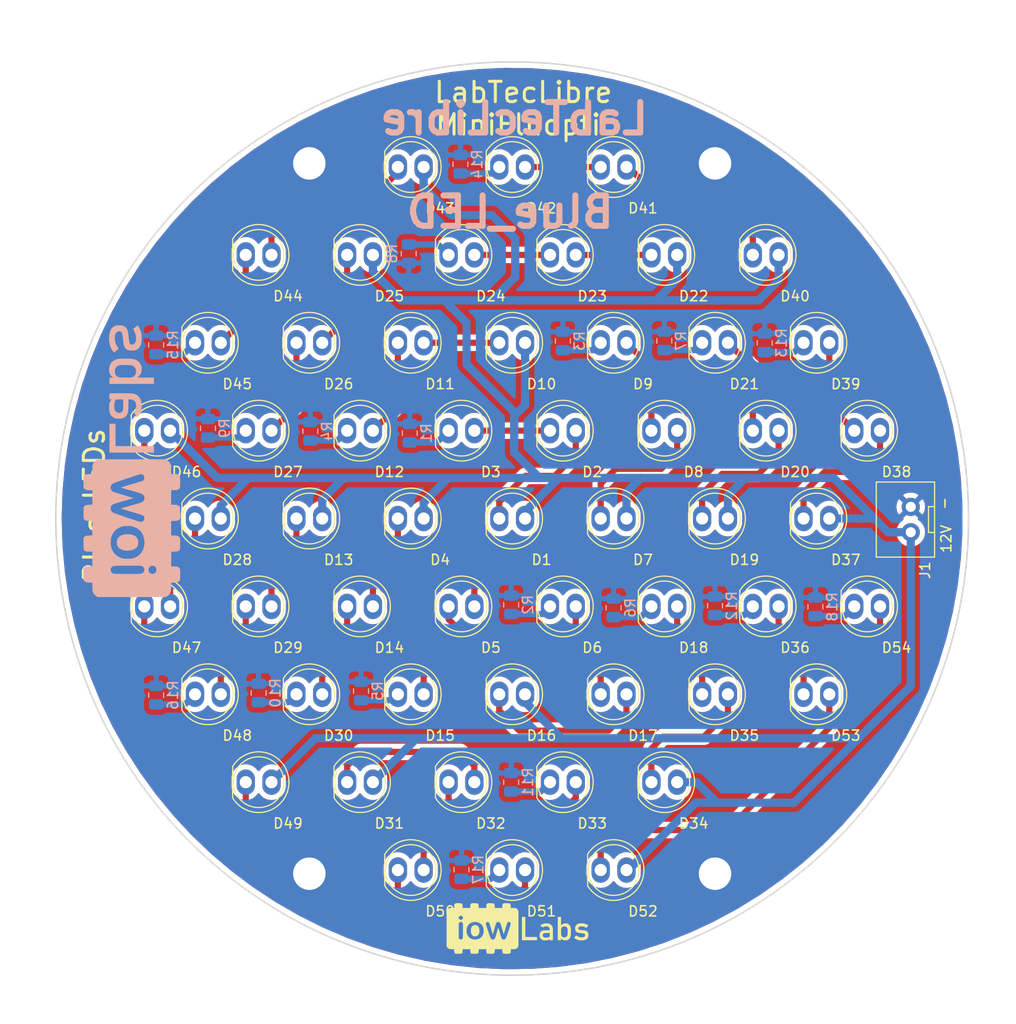
<source format=kicad_pcb>
(kicad_pcb (version 20171130) (host pcbnew "(5.1.9)-1")
  (layers (0 F.Cu signal) (31 B.Cu signal) (34 B.Paste user) (35 F.Paste user) (36 B.SilkS user) (37 F.SilkS user) (38 B.Mask user) (39 F.Mask user) (44 Edge.Cuts user))
  (net 0 "")
  (net 1 +12V)
  (net 2 "Net-(D1-Pad1)")
  (net 3 "Net-(D2-Pad1)")
  (net 4 GND)
  (net 5 "Net-(D4-Pad1)")
  (net 6 "Net-(D5-Pad1)")
  (net 7 "Net-(D7-Pad1)")
  (net 8 "Net-(D8-Pad1)")
  (net 9 "Net-(D10-Pad1)")
  (net 10 "Net-(D11-Pad1)")
  (net 11 "Net-(D13-Pad1)")
  (net 12 "Net-(D14-Pad1)")
  (net 13 "Net-(D16-Pad1)")
  (net 14 "Net-(D17-Pad1)")
  (net 15 "Net-(D19-Pad1)")
  (net 16 "Net-(D20-Pad1)")
  (net 17 "Net-(D22-Pad1)")
  (net 18 "Net-(D23-Pad1)")
  (net 19 "Net-(D25-Pad1)")
  (net 20 "Net-(D26-Pad1)")
  (net 21 "Net-(D28-Pad1)")
  (net 22 "Net-(D29-Pad1)")
  (net 23 "Net-(D31-Pad1)")
  (net 24 "Net-(D32-Pad1)")
  (net 25 "Net-(D34-Pad1)")
  (net 26 "Net-(D35-Pad1)")
  (net 27 "Net-(D37-Pad1)")
  (net 28 "Net-(D38-Pad1)")
  (net 29 "Net-(D40-Pad1)")
  (net 30 "Net-(D41-Pad1)")
  (net 31 "Net-(D43-Pad1)")
  (net 32 "Net-(D44-Pad1)")
  (net 33 "Net-(D46-Pad1)")
  (net 34 "Net-(D47-Pad1)")
  (net 35 "Net-(D49-Pad1)")
  (net 36 "Net-(D50-Pad1)")
  (net 37 "Net-(D52-Pad1)")
  (net 38 "Net-(D53-Pad1)")
  (net 39 "Net-(D3-Pad1)")
  (net 40 "Net-(D6-Pad1)")
  (net 41 "Net-(D9-Pad1)")
  (net 42 "Net-(D12-Pad1)")
  (net 43 "Net-(D15-Pad1)")
  (net 44 "Net-(D18-Pad1)")
  (net 45 "Net-(D21-Pad1)")
  (net 46 "Net-(D24-Pad1)")
  (net 47 "Net-(D27-Pad1)")
  (net 48 "Net-(D30-Pad1)")
  (net 49 "Net-(D33-Pad1)")
  (net 50 "Net-(D36-Pad1)")
  (net 51 "Net-(D39-Pad1)")
  (net 52 "Net-(D42-Pad1)")
  (net 53 "Net-(D45-Pad1)")
  (net 54 "Net-(D48-Pad1)")
  (net 55 "Net-(D51-Pad1)")
  (net 56 "Net-(D54-Pad1)")
  (module IoWLabsLogos:IoWLabsLogo (layer B.Cu) (at 112.5 94.2 90)
    (fp_text reference G*** hide)
    (fp_text value LOGO hide)
  )
  (module IoWLabsLogos:IoWLabs_logo (layer F.Cu) (at 150.6 140.4)
    (fp_text reference G*** hide)
    (fp_text value LOGO hide)
  )
  (module IoWLabsConnectors:JST-XH-2x1-2.5p-TH-V (layer F.Cu) (at 189.3 100.1 90)
    (fp_text reference J1 (at -5 1.4 90) (layer F.SilkS))
    (fp_text value HDR-2x1)
    (pad 2 thru_hole circle (at 1.25 0 90) (size 1.8 1.8) (drill 1) (layers *.Cu *.Mask) (net 4 GND))
    (pad 1 thru_hole circle (at -1.25 0 90) (size 1.8 1.8) (drill 1) (layers *.Cu *.Mask) (net 1 +12V))
  )
  (module Resistor_SMD:R_0805_2012Metric (layer B.Cu) (at 179.9 108.7 90)
    (fp_text reference R18 (at 0 1.65 90) (layer B.SilkS) (effects (justify mirror)))
    (fp_text value R_US)
    (pad 2 smd roundrect (at 0.9125 0 90) (size 1.025 1.4) (layers B.Cu B.Paste B.Mask) (roundrect_rratio 0.2439014634146341) (net 4 GND))
    (pad 1 smd roundrect (at -0.9125 0 90) (size 1.025 1.4) (layers B.Cu B.Paste B.Mask) (roundrect_rratio 0.2439014634146341) (net 56 "Net-(D54-Pad1)"))
  )
  (module Resistor_SMD:R_0805_2012Metric (layer B.Cu) (at 145 134.6 90)
    (fp_text reference R17 (at 0 1.65 90) (layer B.SilkS) (effects (justify mirror)))
    (fp_text value R_US)
    (pad 2 smd roundrect (at 0.9125 0 90) (size 1.025 1.4) (layers B.Cu B.Paste B.Mask) (roundrect_rratio 0.2439014634146341) (net 4 GND))
    (pad 1 smd roundrect (at -0.9125 0 90) (size 1.025 1.4) (layers B.Cu B.Paste B.Mask) (roundrect_rratio 0.2439014634146341) (net 55 "Net-(D51-Pad1)"))
  )
  (module Resistor_SMD:R_0805_2012Metric (layer B.Cu) (at 114.9 117.4 90)
    (fp_text reference R16 (at 0 1.65 90) (layer B.SilkS) (effects (justify mirror)))
    (fp_text value R_US)
    (pad 2 smd roundrect (at 0.9125 0 90) (size 1.025 1.4) (layers B.Cu B.Paste B.Mask) (roundrect_rratio 0.2439014634146341) (net 4 GND))
    (pad 1 smd roundrect (at -0.9125 0 90) (size 1.025 1.4) (layers B.Cu B.Paste B.Mask) (roundrect_rratio 0.2439014634146341) (net 54 "Net-(D48-Pad1)"))
  )
  (module Resistor_SMD:R_0805_2012Metric (layer B.Cu) (at 114.9 82.8875 90)
    (fp_text reference R15 (at 0 1.65 90) (layer B.SilkS) (effects (justify mirror)))
    (fp_text value R_US)
    (pad 2 smd roundrect (at 0.9125 0 90) (size 1.025 1.4) (layers B.Cu B.Paste B.Mask) (roundrect_rratio 0.2439014634146341) (net 4 GND))
    (pad 1 smd roundrect (at -0.9125 0 90) (size 1.025 1.4) (layers B.Cu B.Paste B.Mask) (roundrect_rratio 0.2439014634146341) (net 53 "Net-(D45-Pad1)"))
  )
  (module Resistor_SMD:R_0805_2012Metric (layer B.Cu) (at 144.9 65.0875 90)
    (fp_text reference R14 (at 0 1.65 90) (layer B.SilkS) (effects (justify mirror)))
    (fp_text value R_US)
    (pad 2 smd roundrect (at 0.9125 0 90) (size 1.025 1.4) (layers B.Cu B.Paste B.Mask) (roundrect_rratio 0.2439014634146341) (net 4 GND))
    (pad 1 smd roundrect (at -0.9125 0 90) (size 1.025 1.4) (layers B.Cu B.Paste B.Mask) (roundrect_rratio 0.2439014634146341) (net 52 "Net-(D42-Pad1)"))
  )
  (module Resistor_SMD:R_0805_2012Metric (layer B.Cu) (at 174.9 82.6875 90)
    (fp_text reference R13 (at 0 1.65 90) (layer B.SilkS) (effects (justify mirror)))
    (fp_text value R_US)
    (pad 2 smd roundrect (at 0.9125 0 90) (size 1.025 1.4) (layers B.Cu B.Paste B.Mask) (roundrect_rratio 0.2439014634146341) (net 4 GND))
    (pad 1 smd roundrect (at -0.9125 0 90) (size 1.025 1.4) (layers B.Cu B.Paste B.Mask) (roundrect_rratio 0.2439014634146341) (net 51 "Net-(D39-Pad1)"))
  )
  (module Resistor_SMD:R_0805_2012Metric (layer B.Cu) (at 170 108.6 90)
    (fp_text reference R12 (at 0 1.65 90) (layer B.SilkS) (effects (justify mirror)))
    (fp_text value R_US)
    (pad 2 smd roundrect (at 0.9125 0 90) (size 1.025 1.4) (layers B.Cu B.Paste B.Mask) (roundrect_rratio 0.2439014634146341) (net 4 GND))
    (pad 1 smd roundrect (at -0.9125 0 90) (size 1.025 1.4) (layers B.Cu B.Paste B.Mask) (roundrect_rratio 0.2439014634146341) (net 50 "Net-(D36-Pad1)"))
  )
  (module Resistor_SMD:R_0805_2012Metric (layer B.Cu) (at 149.9 125.9875 90)
    (fp_text reference R11 (at 0 1.65 90) (layer B.SilkS) (effects (justify mirror)))
    (fp_text value R_US)
    (pad 2 smd roundrect (at 0.9125 0 90) (size 1.025 1.4) (layers B.Cu B.Paste B.Mask) (roundrect_rratio 0.2439014634146341) (net 4 GND))
    (pad 1 smd roundrect (at -0.9125 0 90) (size 1.025 1.4) (layers B.Cu B.Paste B.Mask) (roundrect_rratio 0.2439014634146341) (net 49 "Net-(D33-Pad1)"))
  )
  (module Resistor_SMD:R_0805_2012Metric (layer B.Cu) (at 125 117.1875 90)
    (fp_text reference R10 (at 0 1.65 90) (layer B.SilkS) (effects (justify mirror)))
    (fp_text value R_US)
    (pad 2 smd roundrect (at 0.9125 0 90) (size 1.025 1.4) (layers B.Cu B.Paste B.Mask) (roundrect_rratio 0.2439014634146341) (net 4 GND))
    (pad 1 smd roundrect (at -0.9125 0 90) (size 1.025 1.4) (layers B.Cu B.Paste B.Mask) (roundrect_rratio 0.2439014634146341) (net 48 "Net-(D30-Pad1)"))
  )
  (module Resistor_SMD:R_0805_2012Metric (layer B.Cu) (at 120 91.1 90)
    (fp_text reference R9 (at 0 1.65 90) (layer B.SilkS) (effects (justify mirror)))
    (fp_text value R_US)
    (pad 2 smd roundrect (at 0.9125 0 90) (size 1.025 1.4) (layers B.Cu B.Paste B.Mask) (roundrect_rratio 0.2439014634146341) (net 4 GND))
    (pad 1 smd roundrect (at -0.9125 0 90) (size 1.025 1.4) (layers B.Cu B.Paste B.Mask) (roundrect_rratio 0.2439014634146341) (net 47 "Net-(D27-Pad1)"))
  )
  (module Resistor_SMD:R_0805_2012Metric (layer B.Cu) (at 139.8 73.9 270)
    (fp_text reference R8 (at 0 1.65 90) (layer B.SilkS) (effects (justify mirror)))
    (fp_text value R_US)
    (pad 2 smd roundrect (at 0.9125 0 270) (size 1.025 1.4) (layers B.Cu B.Paste B.Mask) (roundrect_rratio 0.2439014634146341) (net 4 GND))
    (pad 1 smd roundrect (at -0.9125 0 270) (size 1.025 1.4) (layers B.Cu B.Paste B.Mask) (roundrect_rratio 0.2439014634146341) (net 46 "Net-(D24-Pad1)"))
  )
  (module Resistor_SMD:R_0805_2012Metric (layer B.Cu) (at 165 82.4875 90)
    (fp_text reference R7 (at 0 1.65 90) (layer B.SilkS) (effects (justify mirror)))
    (fp_text value R_US)
    (pad 2 smd roundrect (at 0.9125 0 90) (size 1.025 1.4) (layers B.Cu B.Paste B.Mask) (roundrect_rratio 0.2439014634146341) (net 4 GND))
    (pad 1 smd roundrect (at -0.9125 0 90) (size 1.025 1.4) (layers B.Cu B.Paste B.Mask) (roundrect_rratio 0.2439014634146341) (net 45 "Net-(D21-Pad1)"))
  )
  (module Resistor_SMD:R_0805_2012Metric (layer B.Cu) (at 160 108.8 90)
    (fp_text reference R6 (at 0 1.65 90) (layer B.SilkS) (effects (justify mirror)))
    (fp_text value R_US)
    (pad 2 smd roundrect (at 0.9125 0 90) (size 1.025 1.4) (layers B.Cu B.Paste B.Mask) (roundrect_rratio 0.2439014634146341) (net 4 GND))
    (pad 1 smd roundrect (at -0.9125 0 90) (size 1.025 1.4) (layers B.Cu B.Paste B.Mask) (roundrect_rratio 0.2439014634146341) (net 44 "Net-(D18-Pad1)"))
  )
  (module Resistor_SMD:R_0805_2012Metric (layer B.Cu) (at 135.1 117 90)
    (fp_text reference R5 (at 0 1.65 90) (layer B.SilkS) (effects (justify mirror)))
    (fp_text value R_US)
    (pad 2 smd roundrect (at 0.9125 0 90) (size 1.025 1.4) (layers B.Cu B.Paste B.Mask) (roundrect_rratio 0.2439014634146341) (net 4 GND))
    (pad 1 smd roundrect (at -0.9125 0 90) (size 1.025 1.4) (layers B.Cu B.Paste B.Mask) (roundrect_rratio 0.2439014634146341) (net 43 "Net-(D15-Pad1)"))
  )
  (module Resistor_SMD:R_0805_2012Metric (layer B.Cu) (at 130.1 91.4 90)
    (fp_text reference R4 (at 0 1.65 -90) (layer B.SilkS) (effects (justify mirror)))
    (fp_text value R_US)
    (pad 2 smd roundrect (at 0.9125 0 90) (size 1.025 1.4) (layers B.Cu B.Paste B.Mask) (roundrect_rratio 0.2439014634146341) (net 4 GND))
    (pad 1 smd roundrect (at -0.9125 0 90) (size 1.025 1.4) (layers B.Cu B.Paste B.Mask) (roundrect_rratio 0.2439014634146341) (net 42 "Net-(D12-Pad1)"))
  )
  (module Resistor_SMD:R_0805_2012Metric (layer B.Cu) (at 155 82.5 90)
    (fp_text reference R3 (at 0 1.65 90) (layer B.SilkS) (effects (justify mirror)))
    (fp_text value R_US)
    (pad 2 smd roundrect (at 0.9125 0 90) (size 1.025 1.4) (layers B.Cu B.Paste B.Mask) (roundrect_rratio 0.2439014634146341) (net 4 GND))
    (pad 1 smd roundrect (at -0.9125 0 90) (size 1.025 1.4) (layers B.Cu B.Paste B.Mask) (roundrect_rratio 0.2439014634146341) (net 41 "Net-(D9-Pad1)"))
  )
  (module Resistor_SMD:R_0805_2012Metric (layer B.Cu) (at 149.9 108.5 90)
    (fp_text reference R2 (at 0 1.65 90) (layer B.SilkS) (effects (justify mirror)))
    (fp_text value R_US)
    (pad 2 smd roundrect (at 0.9125 0 90) (size 1.025 1.4) (layers B.Cu B.Paste B.Mask) (roundrect_rratio 0.2439014634146341) (net 4 GND))
    (pad 1 smd roundrect (at -0.9125 0 90) (size 1.025 1.4) (layers B.Cu B.Paste B.Mask) (roundrect_rratio 0.2439014634146341) (net 40 "Net-(D6-Pad1)"))
  )
  (module Resistor_SMD:R_0805_2012Metric (layer B.Cu) (at 139.9 91.5875 90)
    (fp_text reference R1 (at 0 1.65 90) (layer B.SilkS) (effects (justify mirror)))
    (fp_text value R_US)
    (pad 2 smd roundrect (at 0.9125 0 90) (size 1.025 1.4) (layers B.Cu B.Paste B.Mask) (roundrect_rratio 0.2439014634146341) (net 4 GND))
    (pad 1 smd roundrect (at -0.9125 0 90) (size 1.025 1.4) (layers B.Cu B.Paste B.Mask) (roundrect_rratio 0.2439014634146341) (net 39 "Net-(D3-Pad1)"))
  )
  (module IoWLabs:LED_5mm_TH_long (layer F.Cu) (at 185 108.66)
    (fp_text reference D54 (at 2.8956 4.064) (layer F.SilkS))
    (fp_text value LED)
    (pad 2 thru_hole oval (at 1.27 0) (size 1.8 2.5) (drill 1.2) (layers *.Cu *.Mask) (net 38 "Net-(D53-Pad1)"))
    (pad 1 thru_hole oval (at -1.27 0) (size 1.8 2.5) (drill 1.2) (layers *.Cu *.Mask) (net 56 "Net-(D54-Pad1)"))
  )
  (module IoWLabs:LED_5mm_TH_long (layer F.Cu) (at 180 117.32)
    (fp_text reference D53 (at 2.8956 4.064) (layer F.SilkS))
    (fp_text value LED)
    (pad 2 thru_hole oval (at 1.27 0) (size 1.8 2.5) (drill 1.2) (layers *.Cu *.Mask) (net 37 "Net-(D52-Pad1)"))
    (pad 1 thru_hole oval (at -1.27 0) (size 1.8 2.5) (drill 1.2) (layers *.Cu *.Mask) (net 38 "Net-(D53-Pad1)"))
  )
  (module IoWLabs:LED_5mm_TH_long (layer F.Cu) (at 160 134.64)
    (fp_text reference D52 (at 2.8956 4.064) (layer F.SilkS))
    (fp_text value LED)
    (pad 2 thru_hole oval (at 1.27 0) (size 1.8 2.5) (drill 1.2) (layers *.Cu *.Mask) (net 1 +12V))
    (pad 1 thru_hole oval (at -1.27 0) (size 1.8 2.5) (drill 1.2) (layers *.Cu *.Mask) (net 37 "Net-(D52-Pad1)"))
  )
  (module IoWLabs:LED_5mm_TH_long (layer F.Cu) (at 150 134.64)
    (fp_text reference D51 (at 2.8956 4.064) (layer F.SilkS))
    (fp_text value LED)
    (pad 2 thru_hole oval (at 1.27 0) (size 1.8 2.5) (drill 1.2) (layers *.Cu *.Mask) (net 36 "Net-(D50-Pad1)"))
    (pad 1 thru_hole oval (at -1.27 0) (size 1.8 2.5) (drill 1.2) (layers *.Cu *.Mask) (net 55 "Net-(D51-Pad1)"))
  )
  (module IoWLabs:LED_5mm_TH_long (layer F.Cu) (at 140 134.64)
    (fp_text reference D50 (at 2.8956 4.064) (layer F.SilkS))
    (fp_text value LED)
    (pad 2 thru_hole oval (at 1.27 0) (size 1.8 2.5) (drill 1.2) (layers *.Cu *.Mask) (net 35 "Net-(D49-Pad1)"))
    (pad 1 thru_hole oval (at -1.27 0) (size 1.8 2.5) (drill 1.2) (layers *.Cu *.Mask) (net 36 "Net-(D50-Pad1)"))
  )
  (module IoWLabs:LED_5mm_TH_long (layer F.Cu) (at 125 125.98)
    (fp_text reference D49 (at 2.8956 4.064) (layer F.SilkS))
    (fp_text value LED)
    (pad 2 thru_hole oval (at 1.27 0) (size 1.8 2.5) (drill 1.2) (layers *.Cu *.Mask) (net 1 +12V))
    (pad 1 thru_hole oval (at -1.27 0) (size 1.8 2.5) (drill 1.2) (layers *.Cu *.Mask) (net 35 "Net-(D49-Pad1)"))
  )
  (module IoWLabs:LED_5mm_TH_long (layer F.Cu) (at 120 117.32)
    (fp_text reference D48 (at 2.8956 4.064) (layer F.SilkS))
    (fp_text value LED)
    (pad 2 thru_hole oval (at 1.27 0) (size 1.8 2.5) (drill 1.2) (layers *.Cu *.Mask) (net 34 "Net-(D47-Pad1)"))
    (pad 1 thru_hole oval (at -1.27 0) (size 1.8 2.5) (drill 1.2) (layers *.Cu *.Mask) (net 54 "Net-(D48-Pad1)"))
  )
  (module IoWLabs:LED_5mm_TH_long (layer F.Cu) (at 115 108.66)
    (fp_text reference D47 (at 2.8956 4.064) (layer F.SilkS))
    (fp_text value LED)
    (pad 2 thru_hole oval (at 1.27 0) (size 1.8 2.5) (drill 1.2) (layers *.Cu *.Mask) (net 33 "Net-(D46-Pad1)"))
    (pad 1 thru_hole oval (at -1.27 0) (size 1.8 2.5) (drill 1.2) (layers *.Cu *.Mask) (net 34 "Net-(D47-Pad1)"))
  )
  (module IoWLabs:LED_5mm_TH_long (layer F.Cu) (at 115 91.34)
    (fp_text reference D46 (at 2.8956 4.064) (layer F.SilkS))
    (fp_text value LED)
    (pad 2 thru_hole oval (at 1.27 0) (size 1.8 2.5) (drill 1.2) (layers *.Cu *.Mask) (net 1 +12V))
    (pad 1 thru_hole oval (at -1.27 0) (size 1.8 2.5) (drill 1.2) (layers *.Cu *.Mask) (net 33 "Net-(D46-Pad1)"))
  )
  (module IoWLabs:LED_5mm_TH_long (layer F.Cu) (at 120 82.68)
    (fp_text reference D45 (at 2.8956 4.064) (layer F.SilkS))
    (fp_text value LED)
    (pad 2 thru_hole oval (at 1.27 0) (size 1.8 2.5) (drill 1.2) (layers *.Cu *.Mask) (net 32 "Net-(D44-Pad1)"))
    (pad 1 thru_hole oval (at -1.27 0) (size 1.8 2.5) (drill 1.2) (layers *.Cu *.Mask) (net 53 "Net-(D45-Pad1)"))
  )
  (module IoWLabs:LED_5mm_TH_long (layer F.Cu) (at 125 74.02)
    (fp_text reference D44 (at 2.8956 4.064) (layer F.SilkS))
    (fp_text value LED)
    (pad 2 thru_hole oval (at 1.27 0) (size 1.8 2.5) (drill 1.2) (layers *.Cu *.Mask) (net 31 "Net-(D43-Pad1)"))
    (pad 1 thru_hole oval (at -1.27 0) (size 1.8 2.5) (drill 1.2) (layers *.Cu *.Mask) (net 32 "Net-(D44-Pad1)"))
  )
  (module IoWLabs:LED_5mm_TH_long (layer F.Cu) (at 140 65.36)
    (fp_text reference D43 (at 2.8956 4.064) (layer F.SilkS))
    (fp_text value LED)
    (pad 2 thru_hole oval (at 1.27 0) (size 1.8 2.5) (drill 1.2) (layers *.Cu *.Mask) (net 1 +12V))
    (pad 1 thru_hole oval (at -1.27 0) (size 1.8 2.5) (drill 1.2) (layers *.Cu *.Mask) (net 31 "Net-(D43-Pad1)"))
  )
  (module IoWLabs:LED_5mm_TH_long (layer F.Cu) (at 150 65.36)
    (fp_text reference D42 (at 2.8956 4.064) (layer F.SilkS))
    (fp_text value LED)
    (pad 2 thru_hole oval (at 1.27 0) (size 1.8 2.5) (drill 1.2) (layers *.Cu *.Mask) (net 30 "Net-(D41-Pad1)"))
    (pad 1 thru_hole oval (at -1.27 0) (size 1.8 2.5) (drill 1.2) (layers *.Cu *.Mask) (net 52 "Net-(D42-Pad1)"))
  )
  (module IoWLabs:LED_5mm_TH_long (layer F.Cu) (at 160 65.36)
    (fp_text reference D41 (at 2.8956 4.064) (layer F.SilkS))
    (fp_text value LED)
    (pad 2 thru_hole oval (at 1.27 0) (size 1.8 2.5) (drill 1.2) (layers *.Cu *.Mask) (net 29 "Net-(D40-Pad1)"))
    (pad 1 thru_hole oval (at -1.27 0) (size 1.8 2.5) (drill 1.2) (layers *.Cu *.Mask) (net 30 "Net-(D41-Pad1)"))
  )
  (module IoWLabs:LED_5mm_TH_long (layer F.Cu) (at 175 74.02)
    (fp_text reference D40 (at 2.8956 4.064) (layer F.SilkS))
    (fp_text value LED)
    (pad 2 thru_hole oval (at 1.27 0) (size 1.8 2.5) (drill 1.2) (layers *.Cu *.Mask) (net 1 +12V))
    (pad 1 thru_hole oval (at -1.27 0) (size 1.8 2.5) (drill 1.2) (layers *.Cu *.Mask) (net 29 "Net-(D40-Pad1)"))
  )
  (module IoWLabs:LED_5mm_TH_long (layer F.Cu) (at 180 82.68)
    (fp_text reference D39 (at 2.8956 4.064) (layer F.SilkS))
    (fp_text value LED)
    (pad 2 thru_hole oval (at 1.27 0) (size 1.8 2.5) (drill 1.2) (layers *.Cu *.Mask) (net 28 "Net-(D38-Pad1)"))
    (pad 1 thru_hole oval (at -1.27 0) (size 1.8 2.5) (drill 1.2) (layers *.Cu *.Mask) (net 51 "Net-(D39-Pad1)"))
  )
  (module IoWLabs:LED_5mm_TH_long (layer F.Cu) (at 185 91.34)
    (fp_text reference D38 (at 2.8956 4.064) (layer F.SilkS))
    (fp_text value LED)
    (pad 2 thru_hole oval (at 1.27 0) (size 1.8 2.5) (drill 1.2) (layers *.Cu *.Mask) (net 27 "Net-(D37-Pad1)"))
    (pad 1 thru_hole oval (at -1.27 0) (size 1.8 2.5) (drill 1.2) (layers *.Cu *.Mask) (net 28 "Net-(D38-Pad1)"))
  )
  (module IoWLabs:LED_5mm_TH_long (layer F.Cu) (at 180 100)
    (fp_text reference D37 (at 2.8956 4.064) (layer F.SilkS))
    (fp_text value LED)
    (pad 2 thru_hole oval (at 1.27 0) (size 1.8 2.5) (drill 1.2) (layers *.Cu *.Mask) (net 1 +12V))
    (pad 1 thru_hole oval (at -1.27 0) (size 1.8 2.5) (drill 1.2) (layers *.Cu *.Mask) (net 27 "Net-(D37-Pad1)"))
  )
  (module IoWLabs:LED_5mm_TH_long (layer F.Cu) (at 175 108.66)
    (fp_text reference D36 (at 2.8956 4.064) (layer F.SilkS))
    (fp_text value LED)
    (pad 2 thru_hole oval (at 1.27 0) (size 1.8 2.5) (drill 1.2) (layers *.Cu *.Mask) (net 26 "Net-(D35-Pad1)"))
    (pad 1 thru_hole oval (at -1.27 0) (size 1.8 2.5) (drill 1.2) (layers *.Cu *.Mask) (net 50 "Net-(D36-Pad1)"))
  )
  (module IoWLabs:LED_5mm_TH_long (layer F.Cu) (at 170 117.32)
    (fp_text reference D35 (at 2.8956 4.064) (layer F.SilkS))
    (fp_text value LED)
    (pad 2 thru_hole oval (at 1.27 0) (size 1.8 2.5) (drill 1.2) (layers *.Cu *.Mask) (net 25 "Net-(D34-Pad1)"))
    (pad 1 thru_hole oval (at -1.27 0) (size 1.8 2.5) (drill 1.2) (layers *.Cu *.Mask) (net 26 "Net-(D35-Pad1)"))
  )
  (module IoWLabs:LED_5mm_TH_long (layer F.Cu) (at 165 125.98)
    (fp_text reference D34 (at 2.8956 4.064) (layer F.SilkS))
    (fp_text value LED)
    (pad 2 thru_hole oval (at 1.27 0) (size 1.8 2.5) (drill 1.2) (layers *.Cu *.Mask) (net 1 +12V))
    (pad 1 thru_hole oval (at -1.27 0) (size 1.8 2.5) (drill 1.2) (layers *.Cu *.Mask) (net 25 "Net-(D34-Pad1)"))
  )
  (module IoWLabs:LED_5mm_TH_long (layer F.Cu) (at 155 125.98)
    (fp_text reference D33 (at 2.8956 4.064) (layer F.SilkS))
    (fp_text value LED)
    (pad 2 thru_hole oval (at 1.27 0) (size 1.8 2.5) (drill 1.2) (layers *.Cu *.Mask) (net 24 "Net-(D32-Pad1)"))
    (pad 1 thru_hole oval (at -1.27 0) (size 1.8 2.5) (drill 1.2) (layers *.Cu *.Mask) (net 49 "Net-(D33-Pad1)"))
  )
  (module IoWLabs:LED_5mm_TH_long (layer F.Cu) (at 145 125.98)
    (fp_text reference D32 (at 2.8956 4.064) (layer F.SilkS))
    (fp_text value LED)
    (pad 2 thru_hole oval (at 1.27 0) (size 1.8 2.5) (drill 1.2) (layers *.Cu *.Mask) (net 23 "Net-(D31-Pad1)"))
    (pad 1 thru_hole oval (at -1.27 0) (size 1.8 2.5) (drill 1.2) (layers *.Cu *.Mask) (net 24 "Net-(D32-Pad1)"))
  )
  (module IoWLabs:LED_5mm_TH_long (layer F.Cu) (at 135 125.98)
    (fp_text reference D31 (at 2.8956 4.064) (layer F.SilkS))
    (fp_text value LED)
    (pad 2 thru_hole oval (at 1.27 0) (size 1.8 2.5) (drill 1.2) (layers *.Cu *.Mask) (net 1 +12V))
    (pad 1 thru_hole oval (at -1.27 0) (size 1.8 2.5) (drill 1.2) (layers *.Cu *.Mask) (net 23 "Net-(D31-Pad1)"))
  )
  (module IoWLabs:LED_5mm_TH_long (layer F.Cu) (at 130 117.32)
    (fp_text reference D30 (at 2.8956 4.064) (layer F.SilkS))
    (fp_text value LED)
    (pad 2 thru_hole oval (at 1.27 0) (size 1.8 2.5) (drill 1.2) (layers *.Cu *.Mask) (net 22 "Net-(D29-Pad1)"))
    (pad 1 thru_hole oval (at -1.27 0) (size 1.8 2.5) (drill 1.2) (layers *.Cu *.Mask) (net 48 "Net-(D30-Pad1)"))
  )
  (module IoWLabs:LED_5mm_TH_long (layer F.Cu) (at 125 108.66)
    (fp_text reference D29 (at 2.8956 4.064) (layer F.SilkS))
    (fp_text value LED)
    (pad 2 thru_hole oval (at 1.27 0) (size 1.8 2.5) (drill 1.2) (layers *.Cu *.Mask) (net 21 "Net-(D28-Pad1)"))
    (pad 1 thru_hole oval (at -1.27 0) (size 1.8 2.5) (drill 1.2) (layers *.Cu *.Mask) (net 22 "Net-(D29-Pad1)"))
  )
  (module IoWLabs:LED_5mm_TH_long (layer F.Cu) (at 120 100)
    (fp_text reference D28 (at 2.8956 4.064) (layer F.SilkS))
    (fp_text value LED)
    (pad 2 thru_hole oval (at 1.27 0) (size 1.8 2.5) (drill 1.2) (layers *.Cu *.Mask) (net 1 +12V))
    (pad 1 thru_hole oval (at -1.27 0) (size 1.8 2.5) (drill 1.2) (layers *.Cu *.Mask) (net 21 "Net-(D28-Pad1)"))
  )
  (module IoWLabs:LED_5mm_TH_long (layer F.Cu) (at 125 91.34)
    (fp_text reference D27 (at 2.8956 4.064) (layer F.SilkS))
    (fp_text value LED)
    (pad 2 thru_hole oval (at 1.27 0) (size 1.8 2.5) (drill 1.2) (layers *.Cu *.Mask) (net 20 "Net-(D26-Pad1)"))
    (pad 1 thru_hole oval (at -1.27 0) (size 1.8 2.5) (drill 1.2) (layers *.Cu *.Mask) (net 47 "Net-(D27-Pad1)"))
  )
  (module IoWLabs:LED_5mm_TH_long (layer F.Cu) (at 130 82.68)
    (fp_text reference D26 (at 2.8956 4.064) (layer F.SilkS))
    (fp_text value LED)
    (pad 2 thru_hole oval (at 1.27 0) (size 1.8 2.5) (drill 1.2) (layers *.Cu *.Mask) (net 19 "Net-(D25-Pad1)"))
    (pad 1 thru_hole oval (at -1.27 0) (size 1.8 2.5) (drill 1.2) (layers *.Cu *.Mask) (net 20 "Net-(D26-Pad1)"))
  )
  (module IoWLabs:LED_5mm_TH_long (layer F.Cu) (at 135 74.02)
    (fp_text reference D25 (at 2.8956 4.064) (layer F.SilkS))
    (fp_text value LED)
    (pad 2 thru_hole oval (at 1.27 0) (size 1.8 2.5) (drill 1.2) (layers *.Cu *.Mask) (net 1 +12V))
    (pad 1 thru_hole oval (at -1.27 0) (size 1.8 2.5) (drill 1.2) (layers *.Cu *.Mask) (net 19 "Net-(D25-Pad1)"))
  )
  (module IoWLabs:LED_5mm_TH_long (layer F.Cu) (at 145 74.02)
    (fp_text reference D24 (at 2.8956 4.064) (layer F.SilkS))
    (fp_text value LED)
    (pad 2 thru_hole oval (at 1.27 0) (size 1.8 2.5) (drill 1.2) (layers *.Cu *.Mask) (net 18 "Net-(D23-Pad1)"))
    (pad 1 thru_hole oval (at -1.27 0) (size 1.8 2.5) (drill 1.2) (layers *.Cu *.Mask) (net 46 "Net-(D24-Pad1)"))
  )
  (module IoWLabs:LED_5mm_TH_long (layer F.Cu) (at 155 74.02)
    (fp_text reference D23 (at 2.8956 4.064) (layer F.SilkS))
    (fp_text value LED)
    (pad 2 thru_hole oval (at 1.27 0) (size 1.8 2.5) (drill 1.2) (layers *.Cu *.Mask) (net 17 "Net-(D22-Pad1)"))
    (pad 1 thru_hole oval (at -1.27 0) (size 1.8 2.5) (drill 1.2) (layers *.Cu *.Mask) (net 18 "Net-(D23-Pad1)"))
  )
  (module IoWLabs:LED_5mm_TH_long (layer F.Cu) (at 165 74.02)
    (fp_text reference D22 (at 2.8956 4.064) (layer F.SilkS))
    (fp_text value LED)
    (pad 2 thru_hole oval (at 1.27 0) (size 1.8 2.5) (drill 1.2) (layers *.Cu *.Mask) (net 1 +12V))
    (pad 1 thru_hole oval (at -1.27 0) (size 1.8 2.5) (drill 1.2) (layers *.Cu *.Mask) (net 17 "Net-(D22-Pad1)"))
  )
  (module IoWLabs:LED_5mm_TH_long (layer F.Cu) (at 170 82.68)
    (fp_text reference D21 (at 2.8956 4.064) (layer F.SilkS))
    (fp_text value LED)
    (pad 2 thru_hole oval (at 1.27 0) (size 1.8 2.5) (drill 1.2) (layers *.Cu *.Mask) (net 16 "Net-(D20-Pad1)"))
    (pad 1 thru_hole oval (at -1.27 0) (size 1.8 2.5) (drill 1.2) (layers *.Cu *.Mask) (net 45 "Net-(D21-Pad1)"))
  )
  (module IoWLabs:LED_5mm_TH_long (layer F.Cu) (at 175 91.34)
    (fp_text reference D20 (at 2.8956 4.064) (layer F.SilkS))
    (fp_text value LED)
    (pad 2 thru_hole oval (at 1.27 0) (size 1.8 2.5) (drill 1.2) (layers *.Cu *.Mask) (net 15 "Net-(D19-Pad1)"))
    (pad 1 thru_hole oval (at -1.27 0) (size 1.8 2.5) (drill 1.2) (layers *.Cu *.Mask) (net 16 "Net-(D20-Pad1)"))
  )
  (module IoWLabs:LED_5mm_TH_long (layer F.Cu) (at 170 100)
    (fp_text reference D19 (at 2.8956 4.064) (layer F.SilkS))
    (fp_text value LED)
    (pad 2 thru_hole oval (at 1.27 0) (size 1.8 2.5) (drill 1.2) (layers *.Cu *.Mask) (net 1 +12V))
    (pad 1 thru_hole oval (at -1.27 0) (size 1.8 2.5) (drill 1.2) (layers *.Cu *.Mask) (net 15 "Net-(D19-Pad1)"))
  )
  (module IoWLabs:LED_5mm_TH_long (layer F.Cu) (at 165 108.66)
    (fp_text reference D18 (at 2.8956 4.064) (layer F.SilkS))
    (fp_text value LED)
    (pad 2 thru_hole oval (at 1.27 0) (size 1.8 2.5) (drill 1.2) (layers *.Cu *.Mask) (net 14 "Net-(D17-Pad1)"))
    (pad 1 thru_hole oval (at -1.27 0) (size 1.8 2.5) (drill 1.2) (layers *.Cu *.Mask) (net 44 "Net-(D18-Pad1)"))
  )
  (module IoWLabs:LED_5mm_TH_long (layer F.Cu) (at 160 117.32)
    (fp_text reference D17 (at 2.8956 4.064) (layer F.SilkS))
    (fp_text value LED)
    (pad 2 thru_hole oval (at 1.27 0) (size 1.8 2.5) (drill 1.2) (layers *.Cu *.Mask) (net 13 "Net-(D16-Pad1)"))
    (pad 1 thru_hole oval (at -1.27 0) (size 1.8 2.5) (drill 1.2) (layers *.Cu *.Mask) (net 14 "Net-(D17-Pad1)"))
  )
  (module IoWLabs:LED_5mm_TH_long (layer F.Cu) (at 150 117.32)
    (fp_text reference D16 (at 2.8956 4.064) (layer F.SilkS))
    (fp_text value LED)
    (pad 2 thru_hole oval (at 1.27 0) (size 1.8 2.5) (drill 1.2) (layers *.Cu *.Mask) (net 1 +12V))
    (pad 1 thru_hole oval (at -1.27 0) (size 1.8 2.5) (drill 1.2) (layers *.Cu *.Mask) (net 13 "Net-(D16-Pad1)"))
  )
  (module IoWLabs:LED_5mm_TH_long (layer F.Cu) (at 140 117.32)
    (fp_text reference D15 (at 2.8956 4.064) (layer F.SilkS))
    (fp_text value LED)
    (pad 2 thru_hole oval (at 1.27 0) (size 1.8 2.5) (drill 1.2) (layers *.Cu *.Mask) (net 12 "Net-(D14-Pad1)"))
    (pad 1 thru_hole oval (at -1.27 0) (size 1.8 2.5) (drill 1.2) (layers *.Cu *.Mask) (net 43 "Net-(D15-Pad1)"))
  )
  (module IoWLabs:LED_5mm_TH_long (layer F.Cu) (at 135 108.66)
    (fp_text reference D14 (at 2.8956 4.064) (layer F.SilkS))
    (fp_text value LED)
    (pad 2 thru_hole oval (at 1.27 0) (size 1.8 2.5) (drill 1.2) (layers *.Cu *.Mask) (net 11 "Net-(D13-Pad1)"))
    (pad 1 thru_hole oval (at -1.27 0) (size 1.8 2.5) (drill 1.2) (layers *.Cu *.Mask) (net 12 "Net-(D14-Pad1)"))
  )
  (module IoWLabs:LED_5mm_TH_long (layer F.Cu) (at 130 100)
    (fp_text reference D13 (at 2.8956 4.064) (layer F.SilkS))
    (fp_text value LED)
    (pad 2 thru_hole oval (at 1.27 0) (size 1.8 2.5) (drill 1.2) (layers *.Cu *.Mask) (net 1 +12V))
    (pad 1 thru_hole oval (at -1.27 0) (size 1.8 2.5) (drill 1.2) (layers *.Cu *.Mask) (net 11 "Net-(D13-Pad1)"))
  )
  (module IoWLabs:LED_5mm_TH_long (layer F.Cu) (at 135 91.34)
    (fp_text reference D12 (at 2.8956 4.064) (layer F.SilkS))
    (fp_text value LED)
    (pad 2 thru_hole oval (at 1.27 0) (size 1.8 2.5) (drill 1.2) (layers *.Cu *.Mask) (net 10 "Net-(D11-Pad1)"))
    (pad 1 thru_hole oval (at -1.27 0) (size 1.8 2.5) (drill 1.2) (layers *.Cu *.Mask) (net 42 "Net-(D12-Pad1)"))
  )
  (module IoWLabs:LED_5mm_TH_long (layer F.Cu) (at 140 82.68)
    (fp_text reference D11 (at 2.8956 4.064) (layer F.SilkS))
    (fp_text value LED)
    (pad 2 thru_hole oval (at 1.27 0) (size 1.8 2.5) (drill 1.2) (layers *.Cu *.Mask) (net 9 "Net-(D10-Pad1)"))
    (pad 1 thru_hole oval (at -1.27 0) (size 1.8 2.5) (drill 1.2) (layers *.Cu *.Mask) (net 10 "Net-(D11-Pad1)"))
  )
  (module IoWLabs:LED_5mm_TH_long (layer F.Cu) (at 150 82.68)
    (fp_text reference D10 (at 2.8956 4.064) (layer F.SilkS))
    (fp_text value LED)
    (pad 2 thru_hole oval (at 1.27 0) (size 1.8 2.5) (drill 1.2) (layers *.Cu *.Mask) (net 1 +12V))
    (pad 1 thru_hole oval (at -1.27 0) (size 1.8 2.5) (drill 1.2) (layers *.Cu *.Mask) (net 9 "Net-(D10-Pad1)"))
  )
  (module IoWLabs:LED_5mm_TH_long (layer F.Cu) (at 160 82.68)
    (fp_text reference D9 (at 2.8956 4.064) (layer F.SilkS))
    (fp_text value LED)
    (pad 2 thru_hole oval (at 1.27 0) (size 1.8 2.5) (drill 1.2) (layers *.Cu *.Mask) (net 8 "Net-(D8-Pad1)"))
    (pad 1 thru_hole oval (at -1.27 0) (size 1.8 2.5) (drill 1.2) (layers *.Cu *.Mask) (net 41 "Net-(D9-Pad1)"))
  )
  (module IoWLabs:LED_5mm_TH_long (layer F.Cu) (at 165 91.34)
    (fp_text reference D8 (at 2.8956 4.064) (layer F.SilkS))
    (fp_text value LED)
    (pad 2 thru_hole oval (at 1.27 0) (size 1.8 2.5) (drill 1.2) (layers *.Cu *.Mask) (net 7 "Net-(D7-Pad1)"))
    (pad 1 thru_hole oval (at -1.27 0) (size 1.8 2.5) (drill 1.2) (layers *.Cu *.Mask) (net 8 "Net-(D8-Pad1)"))
  )
  (module IoWLabs:LED_5mm_TH_long (layer F.Cu) (at 160 100)
    (fp_text reference D7 (at 2.8956 4.064) (layer F.SilkS))
    (fp_text value LED)
    (pad 2 thru_hole oval (at 1.27 0) (size 1.8 2.5) (drill 1.2) (layers *.Cu *.Mask) (net 1 +12V))
    (pad 1 thru_hole oval (at -1.27 0) (size 1.8 2.5) (drill 1.2) (layers *.Cu *.Mask) (net 7 "Net-(D7-Pad1)"))
  )
  (module IoWLabs:LED_5mm_TH_long (layer F.Cu) (at 155 108.66)
    (fp_text reference D6 (at 2.8956 4.064) (layer F.SilkS))
    (fp_text value LED)
    (pad 2 thru_hole oval (at 1.27 0) (size 1.8 2.5) (drill 1.2) (layers *.Cu *.Mask) (net 6 "Net-(D5-Pad1)"))
    (pad 1 thru_hole oval (at -1.27 0) (size 1.8 2.5) (drill 1.2) (layers *.Cu *.Mask) (net 40 "Net-(D6-Pad1)"))
  )
  (module IoWLabs:LED_5mm_TH_long (layer F.Cu) (at 145 108.66)
    (fp_text reference D5 (at 2.8956 4.064) (layer F.SilkS))
    (fp_text value LED)
    (pad 2 thru_hole oval (at 1.27 0) (size 1.8 2.5) (drill 1.2) (layers *.Cu *.Mask) (net 5 "Net-(D4-Pad1)"))
    (pad 1 thru_hole oval (at -1.27 0) (size 1.8 2.5) (drill 1.2) (layers *.Cu *.Mask) (net 6 "Net-(D5-Pad1)"))
  )
  (module IoWLabs:LED_5mm_TH_long (layer F.Cu) (at 140 100)
    (fp_text reference D4 (at 2.8956 4.064) (layer F.SilkS))
    (fp_text value LED)
    (pad 2 thru_hole oval (at 1.27 0) (size 1.8 2.5) (drill 1.2) (layers *.Cu *.Mask) (net 1 +12V))
    (pad 1 thru_hole oval (at -1.27 0) (size 1.8 2.5) (drill 1.2) (layers *.Cu *.Mask) (net 5 "Net-(D4-Pad1)"))
  )
  (module IoWLabs:LED_5mm_TH_long (layer F.Cu) (at 145 91.34)
    (fp_text reference D3 (at 2.8956 4.064) (layer F.SilkS))
    (fp_text value LED)
    (pad 2 thru_hole oval (at 1.27 0) (size 1.8 2.5) (drill 1.2) (layers *.Cu *.Mask) (net 3 "Net-(D2-Pad1)"))
    (pad 1 thru_hole oval (at -1.27 0) (size 1.8 2.5) (drill 1.2) (layers *.Cu *.Mask) (net 39 "Net-(D3-Pad1)"))
  )
  (module IoWLabs:LED_5mm_TH_long (layer F.Cu) (at 155 91.34)
    (fp_text reference D2 (at 2.8956 4.064) (layer F.SilkS))
    (fp_text value LED)
    (pad 2 thru_hole oval (at 1.27 0) (size 1.8 2.5) (drill 1.2) (layers *.Cu *.Mask) (net 2 "Net-(D1-Pad1)"))
    (pad 1 thru_hole oval (at -1.27 0) (size 1.8 2.5) (drill 1.2) (layers *.Cu *.Mask) (net 3 "Net-(D2-Pad1)"))
  )
  (module IoWLabs:LED_5mm_TH_long (layer F.Cu) (at 150 100)
    (fp_text reference D1 (at 2.8956 4.064) (layer F.SilkS))
    (fp_text value LED)
    (pad 2 thru_hole oval (at 1.27 0) (size 1.8 2.5) (drill 1.2) (layers *.Cu *.Mask) (net 1 +12V))
    (pad 1 thru_hole oval (at -1.27 0) (size 1.8 2.5) (drill 1.2) (layers *.Cu *.Mask) (net 2 "Net-(D1-Pad1)"))
  )
  (gr_text Blue_LED (at 149.8 69.8) (layer B.SilkS) (effects (font (size 3 3) (thickness 0.6)) (justify mirror)))
  (gr_text LabTecLibre (at 150.2 60.6) (layer B.SilkS) (effects (font (size 3 3) (thickness 0.6)) (justify mirror)))
  (gr_text 12V (at 192.8 102 90) (layer F.SilkS) (effects (font (size 1 1))))
  (gr_text - (at 192.6 98.5 90) (layer F.SilkS) (effects (font (size 1 1))))
  (gr_text "Blue LEDs" (at 108.8 98.7 90) (layer F.SilkS) (effects (font (size 2 2) (thickness 0.3))))
  (gr_text MiniFluopti (at 150.6 61.2) (layer F.SilkS) (effects (font (size 2 2) (thickness 0.3))))
  (gr_text LabTecLibre (at 151.1 58) (layer F.SilkS) (effects (font (size 2 2) (thickness 0.3))))
  (gr_circle (center 150 100) (end 195 100) (layer Edge.Cuts) (width 0.15))
  (segment (start 120.93 96) (end 116.27 91.34) (width 0.8128) (layer B.Cu) (net 1))
  (segment (start 121.27 98.73) (end 124 96) (width 0.8128) (layer B.Cu) (net 1))
  (segment (start 121.27 100) (end 121.27 98.73) (width 0.8128) (layer B.Cu) (net 1))
  (segment (start 124 96) (end 120.93 96) (width 0.8128) (layer B.Cu) (net 1))
  (segment (start 131.27 98.13) (end 133.4 96) (width 0.8128) (layer B.Cu) (net 1))
  (segment (start 133.4 96) (end 124 96) (width 0.8128) (layer B.Cu) (net 1))
  (segment (start 131.27 100) (end 131.27 98.13) (width 0.8128) (layer B.Cu) (net 1))
  (segment (start 141.27 98.43) (end 143.7 96) (width 0.8128) (layer B.Cu) (net 1))
  (segment (start 141.27 100) (end 141.27 98.43) (width 0.8128) (layer B.Cu) (net 1))
  (segment (start 143.7 96) (end 133.4 96) (width 0.8128) (layer B.Cu) (net 1))
  (segment (start 151.27 99.33) (end 154.6 96) (width 0.8128) (layer B.Cu) (net 1))
  (segment (start 151.27 100) (end 151.27 99.33) (width 0.8128) (layer B.Cu) (net 1))
  (segment (start 161.27 97.43) (end 162.7 96) (width 0.8128) (layer B.Cu) (net 1))
  (segment (start 161.27 100) (end 161.27 97.43) (width 0.8128) (layer B.Cu) (net 1))
  (segment (start 162.7 96) (end 154.6 96) (width 0.8128) (layer B.Cu) (net 1))
  (segment (start 171.27 97.73) (end 173 96) (width 0.8128) (layer B.Cu) (net 1))
  (segment (start 173 96) (end 162.7 96) (width 0.8128) (layer B.Cu) (net 1))
  (segment (start 171.27 100) (end 171.27 97.73) (width 0.8128) (layer B.Cu) (net 1))
  (segment (start 151.27 88.820385) (end 150.2 89.890385) (width 0.8128) (layer B.Cu) (net 1))
  (segment (start 151.27 82.68) (end 151.27 88.820385) (width 0.8128) (layer B.Cu) (net 1))
  (segment (start 146.9 96) (end 143.7 96) (width 0.8128) (layer B.Cu) (net 1))
  (segment (start 145.5 84.8) (end 150.2 89.5) (width 0.8128) (layer B.Cu) (net 1))
  (segment (start 139.1 78.5) (end 143.3 78.5) (width 0.8128) (layer B.Cu) (net 1))
  (segment (start 150.2 89.5) (end 150.2 90.6) (width 0.8128) (layer B.Cu) (net 1))
  (segment (start 145.5 80.7) (end 145.5 84.8) (width 0.8128) (layer B.Cu) (net 1))
  (segment (start 136.27 75.67) (end 139.1 78.5) (width 0.8128) (layer B.Cu) (net 1))
  (segment (start 136.27 74.02) (end 136.27 75.67) (width 0.8128) (layer B.Cu) (net 1))
  (segment (start 143.3 78.5) (end 145.5 80.7) (width 0.8128) (layer B.Cu) (net 1))
  (segment (start 150.2 90.6) (end 150.2 92.7) (width 0.8128) (layer B.Cu) (net 1))
  (segment (start 150.2 89.890385) (end 150.2 90.6) (width 0.8128) (layer B.Cu) (net 1))
  (segment (start 166.27 74.02) (end 166.27 76.43) (width 0.8128) (layer B.Cu) (net 1))
  (segment (start 166.27 76.43) (end 164.2 78.5) (width 0.8128) (layer B.Cu) (net 1))
  (segment (start 164.2 78.5) (end 174.3 78.5) (width 0.8128) (layer B.Cu) (net 1))
  (segment (start 176.27 76.53) (end 176.27 74.02) (width 0.8128) (layer B.Cu) (net 1))
  (segment (start 174.3 78.5) (end 176.27 76.53) (width 0.8128) (layer B.Cu) (net 1))
  (segment (start 141.27 65.36) (end 141.27 67.63) (width 0.8128) (layer B.Cu) (net 1))
  (segment (start 141.27 65.36) (end 141.27 67.37) (width 0.8128) (layer B.Cu) (net 1))
  (segment (start 141.27 67.37) (end 144 70.1) (width 0.8128) (layer B.Cu) (net 1))
  (segment (start 144 70.1) (end 148 70.1) (width 0.8128) (layer B.Cu) (net 1))
  (segment (start 148 70.1) (end 150.3 72.4) (width 0.8128) (layer B.Cu) (net 1))
  (segment (start 150.3 76.2) (end 148 78.5) (width 0.8128) (layer B.Cu) (net 1))
  (segment (start 150.3 72.4) (end 150.3 76.2) (width 0.8128) (layer B.Cu) (net 1))
  (segment (start 148 78.5) (end 143.3 78.5) (width 0.8128) (layer B.Cu) (net 1))
  (segment (start 164.2 78.5) (end 148 78.5) (width 0.8128) (layer B.Cu) (net 1))
  (segment (start 189.3 101.35) (end 187.05 101.35) (width 0.8128) (layer B.Cu) (net 1))
  (segment (start 178.9 96) (end 173 96) (width 0.8128) (layer B.Cu) (net 1))
  (segment (start 181.7 96) (end 178.9 96) (width 0.8128) (layer B.Cu) (net 1))
  (segment (start 179.5 96) (end 178.9 96) (width 0.8128) (layer B.Cu) (net 1))
  (segment (start 185.7 100) (end 185.85 100.15) (width 0.8128) (layer B.Cu) (net 1))
  (segment (start 181.27 100) (end 185.7 100) (width 0.8128) (layer B.Cu) (net 1))
  (segment (start 185.85 100.15) (end 181.7 96) (width 0.8128) (layer B.Cu) (net 1))
  (segment (start 187.05 101.35) (end 185.85 100.15) (width 0.8128) (layer B.Cu) (net 1))
  (segment (start 150.2 93.5) (end 152.7 96) (width 0.8128) (layer B.Cu) (net 1))
  (segment (start 150.2 89.890385) (end 150.2 93.5) (width 0.8128) (layer B.Cu) (net 1))
  (segment (start 154.6 96) (end 152.7 96) (width 0.8128) (layer B.Cu) (net 1))
  (segment (start 148.1 96) (end 147.7 96) (width 0.8128) (layer B.Cu) (net 1))
  (segment (start 152.7 96) (end 148.1 96) (width 0.8128) (layer B.Cu) (net 1))
  (segment (start 148.1 96) (end 146.9 96) (width 0.8128) (layer B.Cu) (net 1))
  (segment (start 161.46 134.64) (end 161.27 134.64) (width 0.8128) (layer B.Cu) (net 1))
  (segment (start 168.1 128) (end 161.46 134.64) (width 0.8128) (layer B.Cu) (net 1))
  (segment (start 189.3 101.35) (end 189.3 116.5) (width 0.8128) (layer B.Cu) (net 1))
  (segment (start 168.18 125.98) (end 170.2 128) (width 0.8128) (layer B.Cu) (net 1))
  (segment (start 166.27 125.98) (end 168.18 125.98) (width 0.8128) (layer B.Cu) (net 1))
  (segment (start 170.2 128) (end 168.1 128) (width 0.8128) (layer B.Cu) (net 1))
  (segment (start 177.8 128) (end 170.2 128) (width 0.8128) (layer B.Cu) (net 1))
  (segment (start 151.27 117.32) (end 151.27 118.07) (width 0.8128) (layer B.Cu) (net 1))
  (segment (start 151.27 118.07) (end 154.85 121.65) (width 0.8128) (layer B.Cu) (net 1))
  (segment (start 184.15 121.65) (end 177.8 128) (width 0.8128) (layer B.Cu) (net 1))
  (segment (start 189.3 116.5) (end 184.15 121.65) (width 0.8128) (layer B.Cu) (net 1))
  (segment (start 130.6 121.65) (end 126.27 125.98) (width 0.8128) (layer B.Cu) (net 1))
  (segment (start 154.85 121.65) (end 155.55 121.65) (width 0.8128) (layer B.Cu) (net 1))
  (segment (start 155.55 121.65) (end 184.15 121.65) (width 0.8128) (layer B.Cu) (net 1))
  (segment (start 140.6 121.65) (end 136.27 125.98) (width 0.8128) (layer B.Cu) (net 1))
  (segment (start 144.85 121.65) (end 140.6 121.65) (width 0.8128) (layer B.Cu) (net 1))
  (segment (start 155.55 121.65) (end 144.85 121.65) (width 0.8128) (layer B.Cu) (net 1))
  (segment (start 144.85 121.65) (end 130.6 121.65) (width 0.8128) (layer B.Cu) (net 1))
  (segment (start 148.73 100) (end 148.73 98.37) (width 0.6096) (layer F.Cu) (net 2))
  (segment (start 148.73 98.37) (end 151.3 95.8) (width 0.6096) (layer F.Cu) (net 2))
  (segment (start 151.3 95.8) (end 154.2 95.8) (width 0.6096) (layer F.Cu) (net 2))
  (segment (start 156.27 93.73) (end 156.27 91.34) (width 0.6096) (layer F.Cu) (net 2))
  (segment (start 154.2 95.8) (end 156.27 93.73) (width 0.6096) (layer F.Cu) (net 2))
  (segment (start 153.73 91.34) (end 146.27 91.34) (width 0.6096) (layer F.Cu) (net 3))
  (via (at 170 135) (size 3.8) (drill 3.2) (layers F.Cu B.Cu) (net 4))
  (via (at 130 135) (size 3.8) (drill 3.2) (layers F.Cu B.Cu) (net 4))
  (via (at 170 65) (size 3.8) (drill 3.2) (layers F.Cu B.Cu) (net 4))
  (via (at 130 65) (size 3.8) (drill 3.2) (layers F.Cu B.Cu) (net 4))
  (segment (start 138.73 100) (end 138.73 102.43) (width 0.6096) (layer F.Cu) (net 5))
  (segment (start 138.73 102.43) (end 141.1 104.8) (width 0.6096) (layer F.Cu) (net 5))
  (segment (start 141.1 104.8) (end 144.6 104.8) (width 0.6096) (layer F.Cu) (net 5))
  (segment (start 146.27 106.47) (end 146.27 108.66) (width 0.6096) (layer F.Cu) (net 5))
  (segment (start 144.6 104.8) (end 146.27 106.47) (width 0.6096) (layer F.Cu) (net 5))
  (segment (start 143.73 108.66) (end 143.73 109.93) (width 0.6096) (layer F.Cu) (net 6))
  (segment (start 143.73 109.93) (end 145.7 111.9) (width 0.6096) (layer F.Cu) (net 6))
  (segment (start 145.7 111.9) (end 154.8 111.9) (width 0.6096) (layer F.Cu) (net 6))
  (segment (start 156.27 110.43) (end 156.27 108.66) (width 0.6096) (layer F.Cu) (net 6))
  (segment (start 154.8 111.9) (end 156.27 110.43) (width 0.6096) (layer F.Cu) (net 6))
  (segment (start 158.73 100) (end 158.73 96.57) (width 0.6096) (layer F.Cu) (net 7))
  (segment (start 158.73 96.57) (end 160.2 95.1) (width 0.6096) (layer F.Cu) (net 7))
  (segment (start 160.2 95.1) (end 164.7 95.1) (width 0.6096) (layer F.Cu) (net 7))
  (segment (start 166.27 93.53) (end 166.27 91.34) (width 0.6096) (layer F.Cu) (net 7))
  (segment (start 164.7 95.1) (end 166.27 93.53) (width 0.6096) (layer F.Cu) (net 7))
  (segment (start 163.73 85.14) (end 161.27 82.68) (width 0.6096) (layer F.Cu) (net 8))
  (segment (start 163.73 91.34) (end 163.73 85.14) (width 0.6096) (layer F.Cu) (net 8))
  (segment (start 148.73 82.68) (end 141.27 82.68) (width 0.6096) (layer F.Cu) (net 9))
  (segment (start 138.73 88.88) (end 136.27 91.34) (width 0.6096) (layer F.Cu) (net 10))
  (segment (start 138.73 82.68) (end 138.73 88.88) (width 0.6096) (layer F.Cu) (net 10))
  (segment (start 128.73 100) (end 128.73 102.53) (width 0.6096) (layer F.Cu) (net 11))
  (segment (start 128.73 102.53) (end 130.6 104.4) (width 0.6096) (layer F.Cu) (net 11))
  (segment (start 130.6 104.4) (end 134.2 104.4) (width 0.6096) (layer F.Cu) (net 11))
  (segment (start 136.27 106.47) (end 136.27 108.66) (width 0.6096) (layer F.Cu) (net 11))
  (segment (start 134.2 104.4) (end 136.27 106.47) (width 0.6096) (layer F.Cu) (net 11))
  (segment (start 133.73 108.66) (end 133.73 112.03) (width 0.6096) (layer F.Cu) (net 12))
  (segment (start 133.73 112.03) (end 135 113.3) (width 0.6096) (layer F.Cu) (net 12))
  (segment (start 135 113.3) (end 139.6 113.3) (width 0.6096) (layer F.Cu) (net 12))
  (segment (start 141.27 114.97) (end 141.27 117.32) (width 0.6096) (layer F.Cu) (net 12))
  (segment (start 139.6 113.3) (end 141.27 114.97) (width 0.6096) (layer F.Cu) (net 12))
  (segment (start 148.73 117.32) (end 148.73 118.93) (width 0.6096) (layer F.Cu) (net 13))
  (segment (start 148.73 118.93) (end 150.7 120.9) (width 0.6096) (layer F.Cu) (net 13))
  (segment (start 150.7 120.9) (end 159.5 120.9) (width 0.6096) (layer F.Cu) (net 13))
  (segment (start 161.27 119.13) (end 161.27 117.32) (width 0.6096) (layer F.Cu) (net 13))
  (segment (start 159.5 120.9) (end 161.27 119.13) (width 0.6096) (layer F.Cu) (net 13))
  (segment (start 158.73 117.32) (end 158.73 115.07) (width 0.6096) (layer F.Cu) (net 14))
  (segment (start 158.73 115.07) (end 160.1 113.7) (width 0.6096) (layer F.Cu) (net 14))
  (segment (start 160.1 113.7) (end 164.7 113.7) (width 0.6096) (layer F.Cu) (net 14))
  (segment (start 166.27 112.13) (end 166.27 108.66) (width 0.6096) (layer F.Cu) (net 14))
  (segment (start 164.7 113.7) (end 166.27 112.13) (width 0.6096) (layer F.Cu) (net 14))
  (segment (start 168.73 100) (end 168.73 97.57) (width 0.6096) (layer F.Cu) (net 15))
  (segment (start 168.73 97.57) (end 170.7 95.6) (width 0.6096) (layer F.Cu) (net 15))
  (segment (start 170.7 95.6) (end 174.3 95.6) (width 0.6096) (layer F.Cu) (net 15))
  (segment (start 176.27 93.63) (end 176.27 91.34) (width 0.6096) (layer F.Cu) (net 15))
  (segment (start 174.3 95.6) (end 176.27 93.63) (width 0.6096) (layer F.Cu) (net 15))
  (segment (start 173.73 85.14) (end 171.27 82.68) (width 0.6096) (layer F.Cu) (net 16))
  (segment (start 173.73 91.34) (end 173.73 85.14) (width 0.6096) (layer F.Cu) (net 16))
  (segment (start 163.73 74.02) (end 156.27 74.02) (width 0.6096) (layer F.Cu) (net 17))
  (segment (start 153.73 74.02) (end 146.27 74.02) (width 0.6096) (layer F.Cu) (net 18))
  (segment (start 133.73 80.22) (end 131.27 82.68) (width 0.6096) (layer F.Cu) (net 19))
  (segment (start 133.73 74.02) (end 133.73 80.22) (width 0.6096) (layer F.Cu) (net 19))
  (segment (start 128.73 88.88) (end 126.27 91.34) (width 0.6096) (layer F.Cu) (net 20))
  (segment (start 128.73 82.68) (end 128.73 88.88) (width 0.6096) (layer F.Cu) (net 20))
  (segment (start 118.73 100) (end 118.73 103.33) (width 0.6096) (layer F.Cu) (net 21))
  (segment (start 118.73 103.33) (end 120 104.6) (width 0.6096) (layer F.Cu) (net 21))
  (segment (start 120 104.6) (end 124.9 104.6) (width 0.6096) (layer F.Cu) (net 21))
  (segment (start 126.27 105.97) (end 126.27 108.66) (width 0.6096) (layer F.Cu) (net 21))
  (segment (start 124.9 104.6) (end 126.27 105.97) (width 0.6096) (layer F.Cu) (net 21))
  (segment (start 123.73 108.66) (end 123.73 111.13) (width 0.6096) (layer F.Cu) (net 22))
  (segment (start 123.73 111.13) (end 125.6 113) (width 0.6096) (layer F.Cu) (net 22))
  (segment (start 125.6 113) (end 130.1 113) (width 0.6096) (layer F.Cu) (net 22))
  (segment (start 131.27 114.17) (end 131.27 117.32) (width 0.6096) (layer F.Cu) (net 22))
  (segment (start 130.1 113) (end 131.27 114.17) (width 0.6096) (layer F.Cu) (net 22))
  (segment (start 133.73 125.98) (end 133.73 124.37) (width 0.6096) (layer F.Cu) (net 23))
  (segment (start 133.73 124.37) (end 135.1 123) (width 0.6096) (layer F.Cu) (net 23))
  (segment (start 135.1 123) (end 144.9 123) (width 0.6096) (layer F.Cu) (net 23))
  (segment (start 146.27 124.37) (end 146.27 125.98) (width 0.6096) (layer F.Cu) (net 23))
  (segment (start 144.9 123) (end 146.27 124.37) (width 0.6096) (layer F.Cu) (net 23))
  (segment (start 143.73 125.98) (end 143.73 127.73) (width 0.6096) (layer F.Cu) (net 24))
  (segment (start 143.73 127.73) (end 144.9 128.9) (width 0.6096) (layer F.Cu) (net 24))
  (segment (start 144.9 128.9) (end 154.9 128.9) (width 0.6096) (layer F.Cu) (net 24))
  (segment (start 156.27 127.53) (end 156.27 125.98) (width 0.6096) (layer F.Cu) (net 24))
  (segment (start 154.9 128.9) (end 156.27 127.53) (width 0.6096) (layer F.Cu) (net 24))
  (segment (start 163.73 125.98) (end 163.73 122.67) (width 0.6096) (layer F.Cu) (net 25))
  (segment (start 163.73 122.67) (end 164.9 121.5) (width 0.6096) (layer F.Cu) (net 25))
  (segment (start 164.9 121.5) (end 168.9 121.5) (width 0.6096) (layer F.Cu) (net 25))
  (segment (start 171.27 119.13) (end 171.27 117.32) (width 0.6096) (layer F.Cu) (net 25))
  (segment (start 168.9 121.5) (end 171.27 119.13) (width 0.6096) (layer F.Cu) (net 25))
  (segment (start 168.73 117.32) (end 168.73 114.17) (width 0.6096) (layer F.Cu) (net 26))
  (segment (start 168.73 114.17) (end 170.5 112.4) (width 0.6096) (layer F.Cu) (net 26))
  (segment (start 170.5 112.4) (end 174.4 112.4) (width 0.6096) (layer F.Cu) (net 26))
  (segment (start 176.27 110.53) (end 176.27 108.66) (width 0.6096) (layer F.Cu) (net 26))
  (segment (start 174.4 112.4) (end 176.27 110.53) (width 0.6096) (layer F.Cu) (net 26))
  (segment (start 178.73 100) (end 178.73 97.47) (width 0.6096) (layer F.Cu) (net 27))
  (segment (start 178.73 97.47) (end 180.8 95.4) (width 0.6096) (layer F.Cu) (net 27))
  (segment (start 180.8 95.4) (end 184.2 95.4) (width 0.6096) (layer F.Cu) (net 27))
  (segment (start 186.27 93.33) (end 186.27 91.34) (width 0.6096) (layer F.Cu) (net 27))
  (segment (start 184.2 95.4) (end 186.27 93.33) (width 0.6096) (layer F.Cu) (net 27))
  (segment (start 181.27 88.88) (end 183.73 91.34) (width 0.6096) (layer F.Cu) (net 28))
  (segment (start 181.27 82.68) (end 181.27 88.88) (width 0.6096) (layer F.Cu) (net 28))
  (segment (start 173.73 74.02) (end 173.73 72.13) (width 0.6096) (layer F.Cu) (net 29))
  (segment (start 161.27 65.36) (end 161.46 65.36) (width 0.6096) (layer F.Cu) (net 29))
  (segment (start 165.4 69.3) (end 170.9 69.3) (width 0.6096) (layer F.Cu) (net 29))
  (segment (start 161.46 65.36) (end 165.4 69.3) (width 0.6096) (layer F.Cu) (net 29))
  (segment (start 173.73 72.13) (end 170.9 69.3) (width 0.6096) (layer F.Cu) (net 29))
  (segment (start 158.73 65.36) (end 151.27 65.36) (width 0.6096) (layer F.Cu) (net 30))
  (segment (start 126.27 71.43) (end 126.27 74.02) (width 0.6096) (layer F.Cu) (net 31))
  (segment (start 138.73 65.36) (end 138.73 65.87) (width 0.6096) (layer F.Cu) (net 31))
  (segment (start 135.05 69.55) (end 128.15 69.55) (width 0.6096) (layer F.Cu) (net 31))
  (segment (start 138.73 65.87) (end 135.05 69.55) (width 0.6096) (layer F.Cu) (net 31))
  (segment (start 128.15 69.55) (end 126.27 71.43) (width 0.6096) (layer F.Cu) (net 31))
  (segment (start 123.73 80.22) (end 121.27 82.68) (width 0.6096) (layer F.Cu) (net 32))
  (segment (start 123.73 74.02) (end 123.73 80.22) (width 0.6096) (layer F.Cu) (net 32))
  (segment (start 113.73 91.34) (end 113.73 101.43) (width 0.6096) (layer F.Cu) (net 33))
  (segment (start 116.27 103.97) (end 116.27 108.66) (width 0.6096) (layer F.Cu) (net 33))
  (segment (start 113.73 101.43) (end 116.27 103.97) (width 0.6096) (layer F.Cu) (net 33))
  (segment (start 113.73 108.66) (end 113.73 111.53) (width 0.6096) (layer F.Cu) (net 34))
  (segment (start 113.73 111.53) (end 115.1 112.9) (width 0.6096) (layer F.Cu) (net 34))
  (segment (start 115.1 112.9) (end 119.5 112.9) (width 0.6096) (layer F.Cu) (net 34))
  (segment (start 121.27 114.67) (end 121.27 117.32) (width 0.6096) (layer F.Cu) (net 34))
  (segment (start 119.5 112.9) (end 121.27 114.67) (width 0.6096) (layer F.Cu) (net 34))
  (segment (start 123.73 125.98) (end 123.73 128.63) (width 0.6096) (layer F.Cu) (net 35))
  (segment (start 123.73 128.63) (end 126.6 131.5) (width 0.6096) (layer F.Cu) (net 35))
  (segment (start 126.6 131.5) (end 140.1 131.5) (width 0.6096) (layer F.Cu) (net 35))
  (segment (start 141.27 132.67) (end 141.27 134.64) (width 0.6096) (layer F.Cu) (net 35))
  (segment (start 140.1 131.5) (end 141.27 132.67) (width 0.6096) (layer F.Cu) (net 35))
  (segment (start 138.73 134.64) (end 138.73 136.73) (width 0.6096) (layer F.Cu) (net 36))
  (segment (start 138.73 136.73) (end 140.3 138.3) (width 0.6096) (layer F.Cu) (net 36))
  (segment (start 140.3 138.3) (end 149.3 138.3) (width 0.6096) (layer F.Cu) (net 36))
  (segment (start 151.27 136.33) (end 151.27 134.64) (width 0.6096) (layer F.Cu) (net 36))
  (segment (start 149.3 138.3) (end 151.27 136.33) (width 0.6096) (layer F.Cu) (net 36))
  (segment (start 158.73 134.64) (end 158.73 132.67) (width 0.6096) (layer F.Cu) (net 37))
  (segment (start 158.73 132.67) (end 160.7 130.7) (width 0.6096) (layer F.Cu) (net 37))
  (segment (start 160.7 130.7) (end 171.2 130.7) (width 0.6096) (layer F.Cu) (net 37))
  (segment (start 181.27 120.63) (end 181.27 117.32) (width 0.6096) (layer F.Cu) (net 37))
  (segment (start 171.2 130.7) (end 181.27 120.63) (width 0.6096) (layer F.Cu) (net 37))
  (segment (start 186.27 108.66) (end 186.27 111.33) (width 0.6096) (layer F.Cu) (net 38))
  (segment (start 186.27 111.33) (end 183.9 113.7) (width 0.6096) (layer F.Cu) (net 38))
  (segment (start 183.9 113.7) (end 180.2 113.7) (width 0.6096) (layer F.Cu) (net 38))
  (segment (start 178.73 115.17) (end 178.73 117.32) (width 0.6096) (layer F.Cu) (net 38))
  (segment (start 180.2 113.7) (end 178.73 115.17) (width 0.6096) (layer F.Cu) (net 38))
  (segment (start 142.57 92.5) (end 143.73 91.34) (width 0.6096) (layer B.Cu) (net 39))
  (segment (start 139.9 92.5) (end 142.57 92.5) (width 0.6096) (layer B.Cu) (net 39))
  (segment (start 152.9775 109.4125) (end 153.73 108.66) (width 0.6096) (layer B.Cu) (net 40))
  (segment (start 149.9 109.4125) (end 152.9775 109.4125) (width 0.6096) (layer B.Cu) (net 40))
  (segment (start 157.9975 83.4125) (end 158.73 82.68) (width 0.6096) (layer B.Cu) (net 41))
  (segment (start 155 83.4125) (end 157.9975 83.4125) (width 0.6096) (layer B.Cu) (net 41))
  (segment (start 132.7575 92.3125) (end 133.73 91.34) (width 0.6096) (layer B.Cu) (net 42))
  (segment (start 130.1 92.3125) (end 132.7575 92.3125) (width 0.6096) (layer B.Cu) (net 42))
  (segment (start 138.1375 117.9125) (end 138.73 117.32) (width 0.6096) (layer B.Cu) (net 43))
  (segment (start 135.1 117.9125) (end 138.1375 117.9125) (width 0.6096) (layer B.Cu) (net 43))
  (segment (start 162.6775 109.7125) (end 163.73 108.66) (width 0.6096) (layer B.Cu) (net 44))
  (segment (start 160 109.7125) (end 162.6775 109.7125) (width 0.6096) (layer B.Cu) (net 44))
  (segment (start 168.01 83.4) (end 168.73 82.68) (width 0.6096) (layer B.Cu) (net 45))
  (segment (start 165 83.4) (end 168.01 83.4) (width 0.6096) (layer B.Cu) (net 45))
  (segment (start 142.6975 72.9875) (end 143.73 74.02) (width 0.6096) (layer B.Cu) (net 46))
  (segment (start 139.8 72.9875) (end 142.6975 72.9875) (width 0.6096) (layer B.Cu) (net 46))
  (segment (start 123.0575 92.0125) (end 123.73 91.34) (width 0.6096) (layer B.Cu) (net 47))
  (segment (start 120 92.0125) (end 123.0575 92.0125) (width 0.6096) (layer B.Cu) (net 47))
  (segment (start 127.95 118.1) (end 128.73 117.32) (width 0.6096) (layer B.Cu) (net 48))
  (segment (start 125 118.1) (end 127.95 118.1) (width 0.6096) (layer B.Cu) (net 48))
  (segment (start 152.81 126.9) (end 153.73 125.98) (width 0.6096) (layer B.Cu) (net 49))
  (segment (start 149.9 126.9) (end 152.81 126.9) (width 0.6096) (layer B.Cu) (net 49))
  (segment (start 172.8775 109.5125) (end 173.73 108.66) (width 0.6096) (layer B.Cu) (net 50))
  (segment (start 170 109.5125) (end 172.8775 109.5125) (width 0.6096) (layer B.Cu) (net 50))
  (segment (start 177.81 83.6) (end 178.73 82.68) (width 0.6096) (layer B.Cu) (net 51))
  (segment (start 174.9 83.6) (end 177.81 83.6) (width 0.6096) (layer B.Cu) (net 51))
  (segment (start 148.09 66) (end 148.73 65.36) (width 0.6096) (layer B.Cu) (net 52))
  (segment (start 144.9 66) (end 148.09 66) (width 0.6096) (layer B.Cu) (net 52))
  (segment (start 117.61 83.8) (end 118.73 82.68) (width 0.6096) (layer B.Cu) (net 53))
  (segment (start 114.9 83.8) (end 117.61 83.8) (width 0.6096) (layer B.Cu) (net 53))
  (segment (start 117.7375 118.3125) (end 118.73 117.32) (width 0.6096) (layer B.Cu) (net 54))
  (segment (start 114.9 118.3125) (end 117.7375 118.3125) (width 0.6096) (layer B.Cu) (net 54))
  (segment (start 147.8575 135.5125) (end 148.73 134.64) (width 0.6096) (layer B.Cu) (net 55))
  (segment (start 145 135.5125) (end 147.8575 135.5125) (width 0.6096) (layer B.Cu) (net 55))
  (segment (start 182.7775 109.6125) (end 183.73 108.66) (width 0.6096) (layer B.Cu) (net 56))
  (segment (start 179.9 109.6125) (end 182.7775 109.6125) (width 0.6096) (layer B.Cu) (net 56))
  (zone (net 4) (net_name GND) (layer F.Cu) (connect_pads (clearance 0.508)) (min_thickness 0.254) (fill yes (arc_segments 32) (thermal_gap 0.508) (thermal_bridge_width 0.508))
    (polygon (pts (xy 199.1 149.8) (xy 99.5 149.8) (xy 99.5 49.2) (xy 199.7 48.9)))
  )
  (zone (net 4) (net_name GND) (layer B.Cu) (connect_pads (clearance 0.508)) (min_thickness 0.254) (fill yes (arc_segments 32) (thermal_gap 0.508) (thermal_bridge_width 0.508))
    (polygon (pts (xy 198 149) (xy 100 149.1) (xy 100 51) (xy 198 51)))
  )
)
</source>
